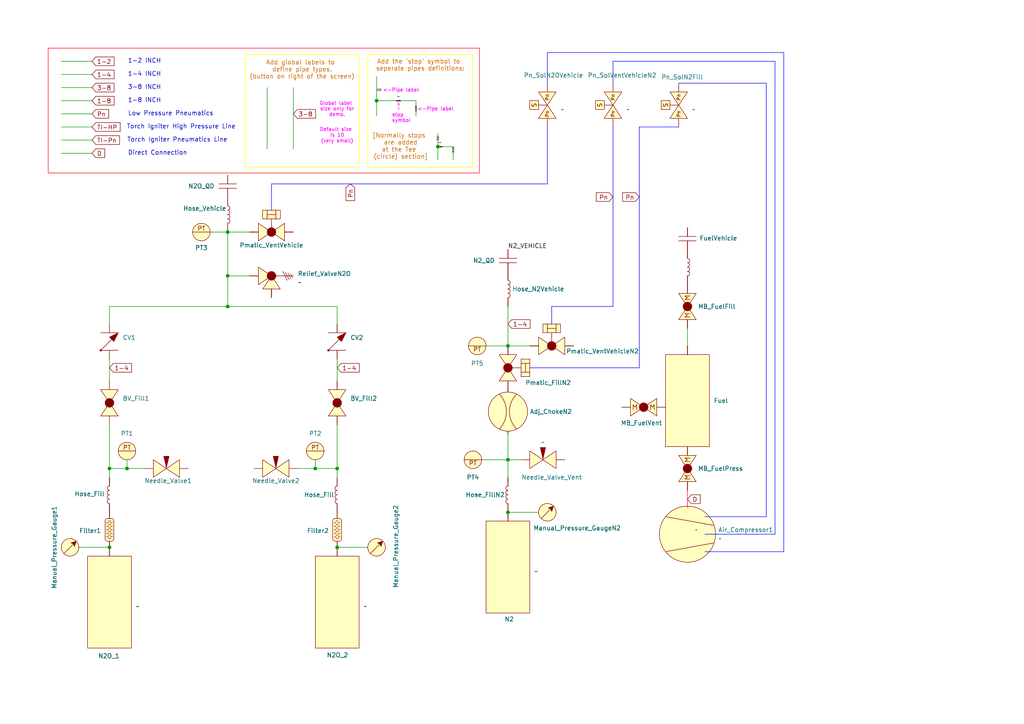
<source format=kicad_sch>
(kicad_sch (version 20250114) (generator "eeschema") (generator_version "9.0")
  (paper "A4")
  (lib_symbols
    (symbol "Ball_Valve_1"
      (property "Reference" "BV" (at 3.81 -4.318 0))
      (symbol "Ball_Valve_1_1_1"
        (polyline (pts (xy 3.81 0) (xy 0 -2.54) (xy 0 2.54) (xy 3.81 0)) (fill (type background)))
        (polyline (pts (xy 3.81 0) (xy 7.62 2.54) (xy 7.62 -2.54) (xy 3.81 0)) (fill (type background)))
        (circle (center 3.81 0) (radius 1.27) (fill (type outline)))
        (pin passive line (at -2.54 0 0) (length 2.54) (name "") (number ""))
        (pin passive line (at 10.16 0 180) (length 2.54) (name "") (number ""))
      )
    )
    (symbol "Check_Valve_1"
      (property "Reference" "CV" (at 2.54 -4.064 0))
      (symbol "Check_Valve_1_0_1"
        (polyline (pts (xy 0 2.54) (xy 5.08 -2.54)))
        (polyline (pts (xy 0 0) (xy 0 2.54)))
        (polyline (pts (xy 0 0) (xy 0 -2.54)))
        (polyline (pts (xy 5.08 -2.54) (xy 5.08 2.54)))
      )
      (symbol "Check_Valve_1_1_1"
        (circle (center 0 2.54) (radius 0.254) (fill (type outline)))
        (polyline (pts (xy 5.08 -2.54) (xy 2.54 -1.27) (xy 3.81 0) (xy 5.08 -2.54)) (fill (type outline)))
        (pin bidirectional line (at -2.54 0 0) (length 2.54) (name "") (number ""))
        (pin bidirectional line (at 7.62 0 180) (length 2.54) (name "") (number ""))
      )
    )
    (symbol "Filter_1"
      (symbol "Filter_1_1_1"
        (polyline (pts (xy -3.302 -0.508) (xy -3.302 0.508)))
        (polyline (pts (xy -3.277 0.65) (xy -3.177 0.95) (xy -2.877 1.2) (xy -2.427 1.25) (xy 2.423 1.25) (xy 2.7256 1.2567) (xy 2.8585 1.166) (xy 3.2375 0.866) (xy 3.3285 -0.6524) (xy 3.1777 -0.9413) (xy 2.7884 -1.2176) (xy 2.4806 -1.2804) (xy 2.25 -1.27) (xy -2.25 -1.27) (xy -2.6911 -1.2756) (xy -2.952 -1.2) (xy -3.1908 -0.9926) (xy -3.302 -0.562) (xy -3.277 -0.3) (xy -3.277 0.6)) (stroke (width -0.0001)) (fill (type background)))
        (polyline (pts (xy -2.54 1.27) (xy 2.54 1.27)))
        (polyline (pts (xy -2.54 0.381) (xy -2.54 -0.381)))
        (arc (start -3.302 0.508) (mid -3.0788 1.0468) (end -2.54 1.27))
        (arc (start -2.54 -1.27) (mid -3.0788 -1.0468) (end -3.302 -0.508))
        (polyline (pts (xy -2.032 0.889) (xy -2.032 0.254)))
        (polyline (pts (xy -2.032 -0.254) (xy -2.032 -0.889)))
        (polyline (pts (xy -1.524 0.381) (xy -1.524 -0.381)))
        (polyline (pts (xy -1.016 0.889) (xy -1.016 0.254)))
        (polyline (pts (xy -1.016 -0.254) (xy -1.016 -0.889)))
        (polyline (pts (xy -0.508 0.381) (xy -0.508 -0.381)))
        (polyline (pts (xy 0 0.889) (xy 0 0.254)))
        (polyline (pts (xy 0 -0.254) (xy 0 -0.889)))
        (polyline (pts (xy 0.508 0.381) (xy 0.508 -0.381)))
        (polyline (pts (xy 1.016 0.889) (xy 1.016 0.254)))
        (polyline (pts (xy 1.016 -0.254) (xy 1.016 -0.889)))
        (polyline (pts (xy 1.524 0.381) (xy 1.524 -0.381)))
        (polyline (pts (xy 2.032 0.889) (xy 2.032 0.254)))
        (polyline (pts (xy 2.032 -0.254) (xy 2.032 -0.889)))
        (arc (start 2.54 1.27) (mid 3.0788 1.0468) (end 3.302 0.508))
        (polyline (pts (xy 2.54 0.381) (xy 2.54 -0.381)))
        (arc (start 3.302 -0.508) (mid 3.0788 -1.0468) (end 2.54 -1.27))
        (polyline (pts (xy 2.54 -1.27) (xy -2.54 -1.27)))
        (polyline (pts (xy 3.302 0.508) (xy 3.302 -0.508)))
        (pin passive line (at -5.08 0 0) (length 1.778) (name "") (number ""))
        (pin passive line (at 5.08 0 180) (length 1.778) (name "") (number ""))
      )
    )
    (symbol "Hose_1"
      (symbol "Hose_1_0_1"
        (arc (start 0 6.35) (mid 0.6323 5.715) (end 0 5.08))
        (arc (start 0 5.08) (mid 0.6323 4.445) (end 0 3.81))
        (arc (start 0 3.81) (mid 0.6323 3.175) (end 0 2.54))
        (arc (start 0 2.54) (mid 0.6323 1.905) (end 0 1.27))
      )
      (symbol "Hose_1_1_1"
        (pin input line (at 0 8.89 270) (length 2.54) (name "") (number ""))
        (pin input line (at 0 -1.27 90) (length 2.54) (name "") (number ""))
      )
    )
    (symbol "Hose_2"
      (symbol "Hose_2_0_1"
        (arc (start 0 6.35) (mid 0.6323 5.715) (end 0 5.08))
        (arc (start 0 5.08) (mid 0.6323 4.445) (end 0 3.81))
        (arc (start 0 3.81) (mid 0.6323 3.175) (end 0 2.54))
        (arc (start 0 2.54) (mid 0.6323 1.905) (end 0 1.27))
      )
      (symbol "Hose_2_1_1"
        (pin input line (at 0 8.89 270) (length 2.54) (name "") (number ""))
        (pin input line (at 0 -1.27 90) (length 2.54) (name "") (number ""))
      )
    )
    (symbol "Hose_3"
      (symbol "Hose_3_0_1"
        (arc (start 0 6.35) (mid 0.6323 5.715) (end 0 5.08))
        (arc (start 0 5.08) (mid 0.6323 4.445) (end 0 3.81))
        (arc (start 0 3.81) (mid 0.6323 3.175) (end 0 2.54))
        (arc (start 0 2.54) (mid 0.6323 1.905) (end 0 1.27))
      )
      (symbol "Hose_3_1_1"
        (pin input line (at 0 8.89 270) (length 2.54) (name "") (number ""))
        (pin input line (at 0 -1.27 90) (length 2.54) (name "") (number ""))
      )
    )
    (symbol "Hose_4"
      (symbol "Hose_4_0_1"
        (arc (start 0 6.35) (mid 0.6323 5.715) (end 0 5.08))
        (arc (start 0 5.08) (mid 0.6323 4.445) (end 0 3.81))
        (arc (start 0 3.81) (mid 0.6323 3.175) (end 0 2.54))
        (arc (start 0 2.54) (mid 0.6323 1.905) (end 0 1.27))
      )
      (symbol "Hose_4_1_1"
        (pin input line (at 0 8.89 270) (length 2.54) (name "") (number ""))
        (pin input line (at 0 -1.27 90) (length 2.54) (name "") (number ""))
      )
    )
    (symbol "Hose_5"
      (symbol "Hose_5_0_1"
        (arc (start 0 6.35) (mid 0.6323 5.715) (end 0 5.08))
        (arc (start 0 5.08) (mid 0.6323 4.445) (end 0 3.81))
        (arc (start 0 3.81) (mid 0.6323 3.175) (end 0 2.54))
        (arc (start 0 2.54) (mid 0.6323 1.905) (end 0 1.27))
      )
      (symbol "Hose_5_1_1"
        (pin input line (at 0 8.89 270) (length 2.54) (name "") (number ""))
        (pin input line (at 0 -1.27 90) (length 2.54) (name "") (number ""))
      )
    )
    (symbol "MBallValve_1"
      (property "Reference" "MB_V" (at 0 -3.81 0))
      (symbol "MBallValve_1_0_1"
        (polyline (pts (xy -3.048 -0.762) (xy -3.048 0.762) (xy -2.54 0) (xy -2.032 0.762) (xy -2.032 -0.762)))
        (polyline (pts (xy 2.032 -0.762) (xy 2.032 0.762) (xy 2.54 0) (xy 3.048 0.762) (xy 3.048 -0.762)))
      )
      (symbol "MBallValve_1_1_1"
        (polyline (pts (xy 0 0) (xy -3.81 -2.54) (xy -3.81 2.54) (xy 0 0)) (fill (type background)))
        (polyline (pts (xy 0 0) (xy 3.81 2.54) (xy 3.81 -2.54) (xy 0 0)) (fill (type background)))
        (circle (center 0 0) (radius 1.27) (fill (type outline)))
        (pin passive line (at -6.35 0 0) (length 2.54) (name "") (number ""))
        (pin passive line (at 6.35 0 180) (length 2.54) (name "") (number ""))
      )
    )
    (symbol "MBallValve_2"
      (property "Reference" "MB_V" (at 0 -3.81 0))
      (symbol "MBallValve_2_0_1"
        (polyline (pts (xy -3.048 -0.762) (xy -3.048 0.762) (xy -2.54 0) (xy -2.032 0.762) (xy -2.032 -0.762)))
        (polyline (pts (xy 2.032 -0.762) (xy 2.032 0.762) (xy 2.54 0) (xy 3.048 0.762) (xy 3.048 -0.762)))
      )
      (symbol "MBallValve_2_1_1"
        (polyline (pts (xy 0 0) (xy -3.81 -2.54) (xy -3.81 2.54) (xy 0 0)) (fill (type background)))
        (polyline (pts (xy 0 0) (xy 3.81 2.54) (xy 3.81 -2.54) (xy 0 0)) (fill (type background)))
        (circle (center 0 0) (radius 1.27) (fill (type outline)))
        (pin passive line (at -6.35 0 0) (length 2.54) (name "") (number ""))
        (pin passive line (at 6.35 0 180) (length 2.54) (name "") (number ""))
      )
    )
    (symbol "Manual_Pressure_Gauge_1"
      (property "Reference" "Manual_Pressure_Gauge" (at 0 -3.81 0))
      (symbol "Manual_Pressure_Gauge_1_1_1"
        (polyline (pts (xy -1.778 -1.778) (xy 1.778 1.778) (xy 0.254 1.27) (xy 1.016 1.016) (xy 1.27 0.254) (xy 1.778 1.778)) (fill (type outline)))
        (circle (center 0 0) (radius 2.54) (fill (type background)))
        (pin passive line (at -2.54 0 0) (length 0) (name "") (number ""))
        (pin passive line (at 2.54 0 180) (length 0) (name "") (number ""))
      )
    )
    (symbol "Manual_Pressure_Gauge_2"
      (property "Reference" "Manual_Pressure_Gauge" (at 0 -3.81 0))
      (symbol "Manual_Pressure_Gauge_2_1_1"
        (polyline (pts (xy -1.778 -1.778) (xy 1.778 1.778) (xy 0.254 1.27) (xy 1.016 1.016) (xy 1.27 0.254) (xy 1.778 1.778)) (fill (type outline)))
        (circle (center 0 0) (radius 2.54) (fill (type background)))
        (pin passive line (at -2.54 0 0) (length 0) (name "") (number ""))
        (pin passive line (at 2.54 0 180) (length 0) (name "") (number ""))
      )
    )
    (symbol "Needle_Valve_1"
      (property "Reference" "Needle_Valve" (at 3.556 -3.81 0))
      (symbol "Needle_Valve_1_1_1"
        (polyline (pts (xy 0 0) (xy 0 2.54) (xy 3.81 0) (xy 0 -2.54) (xy 0 0)) (fill (type background)))
        (polyline (pts (xy 3.048 3.556) (xy 3.81 0.254) (xy 4.572 3.556) (xy 3.048 3.556)) (fill (type outline)))
        (polyline (pts (xy 7.62 0) (xy 7.62 2.54) (xy 3.81 0) (xy 7.62 -2.54) (xy 7.62 0)) (fill (type background)))
        (pin passive line (at -2.54 0 0) (length 2.54) (name "") (number ""))
        (pin passive line (at 10.16 0 180) (length 2.54) (name "") (number ""))
      )
    )
    (symbol "Needle_Valve_5"
      (property "Reference" "Needle_Valve" (at 3.556 -3.81 0))
      (symbol "Needle_Valve_5_1_1"
        (polyline (pts (xy 0 0) (xy 0 2.54) (xy 3.81 0) (xy 0 -2.54) (xy 0 0)) (fill (type background)))
        (polyline (pts (xy 3.048 3.556) (xy 3.81 0.254) (xy 4.572 3.556) (xy 3.048 3.556)) (fill (type outline)))
        (polyline (pts (xy 7.62 0) (xy 7.62 2.54) (xy 3.81 0) (xy 7.62 -2.54) (xy 7.62 0)) (fill (type background)))
        (pin passive line (at -2.54 0 0) (length 2.54) (name "") (number ""))
        (pin passive line (at 10.16 0 180) (length 2.54) (name "") (number ""))
      )
    )
    (symbol "PID_symbols:Adj_Choke"
      (property "Reference" "Adj_Choke" (at 0.254 -8.636 0))
      (symbol "Adj_Choke_0_1"
        (arc (start -2.54 5.08) (mid -0.4358 0) (end -2.54 -5.08))
        (circle (center 0 0) (radius 5.6796) (fill (type color) (color 255 255 194 1)))
        (arc (start 2.54 -5.08) (mid 0.4358 0) (end 2.54 5.08))
      )
      (symbol "Adj_Choke_1_1"
        (pin input line (at 0 6.35 270) (length 0.635) (name "") (number ""))
        (pin input line (at 0 -6.35 90) (length 0.635) (name "") (number ""))
      )
    )
    (symbol "PID_symbols:Air_Compressor"
      (property "Reference" "Air_Compressor" (at -0.254 -11.43 0))
      (symbol "Air_Compressor_1_1"
        (polyline (pts (xy -6.35 5.08) (xy 7.62 2.54)))
        (polyline (pts (xy -6.35 -5.08) (xy 7.62 -2.54)))
        (circle (center 0 0) (radius 8.132) (fill (type color) (color 255 255 194 1)))
        (circle (center 2.54 1.27) (radius 0.0001))
        (circle (center 2.54 1.27) (radius 0.0001))
      )
    )
    (symbol "PID_symbols:Ball_Valve"
      (property "Reference" "BV" (at 3.81 -4.318 0))
      (symbol "Ball_Valve_1_1"
        (polyline (pts (xy 3.81 0) (xy 0 -2.54) (xy 0 2.54) (xy 3.81 0)) (fill (type background)))
        (polyline (pts (xy 3.81 0) (xy 7.62 2.54) (xy 7.62 -2.54) (xy 3.81 0)) (fill (type background)))
        (circle (center 3.81 0) (radius 1.27) (fill (type outline)))
        (pin passive line (at -2.54 0 0) (length 2.54) (name "") (number ""))
        (pin passive line (at 10.16 0 180) (length 2.54) (name "") (number ""))
      )
    )
    (symbol "PID_symbols:Check_Valve"
      (property "Reference" "CV" (at 2.54 -4.064 0))
      (symbol "Check_Valve_0_1"
        (polyline (pts (xy 0 2.54) (xy 5.08 -2.54)))
        (polyline (pts (xy 0 0) (xy 0 2.54)))
        (polyline (pts (xy 0 0) (xy 0 -2.54)))
        (polyline (pts (xy 5.08 -2.54) (xy 5.08 2.54)))
      )
      (symbol "Check_Valve_1_1"
        (circle (center 0 2.54) (radius 0.254) (fill (type outline)))
        (polyline (pts (xy 5.08 -2.54) (xy 2.54 -1.27) (xy 3.81 0) (xy 5.08 -2.54)) (fill (type outline)))
        (pin bidirectional line (at -2.54 0 0) (length 2.54) (name "") (number ""))
        (pin bidirectional line (at 7.62 0 180) (length 2.54) (name "") (number ""))
      )
    )
    (symbol "PID_symbols:Cylinder"
      (property "Reference" "C" (at 0 0 0))
      (symbol "Cylinder_1_1"
        (rectangle (start -6.35 12.7) (end 6.35 -13.97) (fill (type background)))
        (pin passive line (at 0 -16.51 90) (length 2.54) (name "") (number ""))
      )
    )
    (symbol "PID_symbols:Filter"
      (symbol "Filter_1_1"
        (polyline (pts (xy -3.302 -0.508) (xy -3.302 0.508)))
        (polyline (pts (xy -3.277 0.65) (xy -3.177 0.95) (xy -2.877 1.2) (xy -2.427 1.25) (xy 2.423 1.25) (xy 2.7256 1.2567) (xy 2.8585 1.166) (xy 3.2375 0.866) (xy 3.3285 -0.6524) (xy 3.1777 -0.9413) (xy 2.7884 -1.2176) (xy 2.4806 -1.2804) (xy 2.25 -1.27) (xy -2.25 -1.27) (xy -2.6911 -1.2756) (xy -2.952 -1.2) (xy -3.1908 -0.9926) (xy -3.302 -0.562) (xy -3.277 -0.3) (xy -3.277 0.6)) (stroke (width -0.0001)) (fill (type background)))
        (polyline (pts (xy -2.54 1.27) (xy 2.54 1.27)))
        (polyline (pts (xy -2.54 0.381) (xy -2.54 -0.381)))
        (arc (start -3.302 0.508) (mid -3.0788 1.0468) (end -2.54 1.27))
        (arc (start -2.54 -1.27) (mid -3.0788 -1.0468) (end -3.302 -0.508))
        (polyline (pts (xy -2.032 0.889) (xy -2.032 0.254)))
        (polyline (pts (xy -2.032 -0.254) (xy -2.032 -0.889)))
        (polyline (pts (xy -1.524 0.381) (xy -1.524 -0.381)))
        (polyline (pts (xy -1.016 0.889) (xy -1.016 0.254)))
        (polyline (pts (xy -1.016 -0.254) (xy -1.016 -0.889)))
        (polyline (pts (xy -0.508 0.381) (xy -0.508 -0.381)))
        (polyline (pts (xy 0 0.889) (xy 0 0.254)))
        (polyline (pts (xy 0 -0.254) (xy 0 -0.889)))
        (polyline (pts (xy 0.508 0.381) (xy 0.508 -0.381)))
        (polyline (pts (xy 1.016 0.889) (xy 1.016 0.254)))
        (polyline (pts (xy 1.016 -0.254) (xy 1.016 -0.889)))
        (polyline (pts (xy 1.524 0.381) (xy 1.524 -0.381)))
        (polyline (pts (xy 2.032 0.889) (xy 2.032 0.254)))
        (polyline (pts (xy 2.032 -0.254) (xy 2.032 -0.889)))
        (arc (start 2.54 1.27) (mid 3.0788 1.0468) (end 3.302 0.508))
        (polyline (pts (xy 2.54 0.381) (xy 2.54 -0.381)))
        (arc (start 3.302 -0.508) (mid 3.0788 -1.0468) (end 2.54 -1.27))
        (polyline (pts (xy 2.54 -1.27) (xy -2.54 -1.27)))
        (polyline (pts (xy 3.302 0.508) (xy 3.302 -0.508)))
        (pin passive line (at -5.08 0 0) (length 1.778) (name "") (number ""))
        (pin passive line (at 5.08 0 180) (length 1.778) (name "") (number ""))
      )
    )
    (symbol "PID_symbols:Hose"
      (symbol "Hose_0_1"
        (arc (start 0 6.35) (mid 0.6323 5.715) (end 0 5.08))
        (arc (start 0 5.08) (mid 0.6323 4.445) (end 0 3.81))
        (arc (start 0 3.81) (mid 0.6323 3.175) (end 0 2.54))
        (arc (start 0 2.54) (mid 0.6323 1.905) (end 0 1.27))
      )
      (symbol "Hose_1_1"
        (pin input line (at 0 8.89 270) (length 2.54) (name "") (number ""))
        (pin input line (at 0 -1.27 90) (length 2.54) (name "") (number ""))
      )
    )
    (symbol "PID_symbols:MBallValve"
      (property "Reference" "MB_V" (at 0 -3.81 0))
      (symbol "MBallValve_0_1"
        (polyline (pts (xy -3.048 -0.762) (xy -3.048 0.762) (xy -2.54 0) (xy -2.032 0.762) (xy -2.032 -0.762)))
        (polyline (pts (xy 2.032 -0.762) (xy 2.032 0.762) (xy 2.54 0) (xy 3.048 0.762) (xy 3.048 -0.762)))
      )
      (symbol "MBallValve_1_1"
        (polyline (pts (xy 0 0) (xy -3.81 -2.54) (xy -3.81 2.54) (xy 0 0)) (fill (type background)))
        (polyline (pts (xy 0 0) (xy 3.81 2.54) (xy 3.81 -2.54) (xy 0 0)) (fill (type background)))
        (circle (center 0 0) (radius 1.27) (fill (type outline)))
        (pin passive line (at -6.35 0 0) (length 2.54) (name "") (number ""))
        (pin passive line (at 6.35 0 180) (length 2.54) (name "") (number ""))
      )
    )
    (symbol "PID_symbols:Manual_Pressure_Gauge"
      (property "Reference" "Manual_Pressure_Gauge" (at 0 -3.81 0))
      (symbol "Manual_Pressure_Gauge_1_1"
        (polyline (pts (xy -1.778 -1.778) (xy 1.778 1.778) (xy 0.254 1.27) (xy 1.016 1.016) (xy 1.27 0.254) (xy 1.778 1.778)) (fill (type outline)))
        (circle (center 0 0) (radius 2.54) (fill (type background)))
        (pin passive line (at -2.54 0 0) (length 0) (name "") (number ""))
        (pin passive line (at 2.54 0 180) (length 0) (name "") (number ""))
      )
    )
    (symbol "PID_symbols:Needle_Valve"
      (property "Reference" "Needle_Valve" (at 3.556 -3.81 0))
      (symbol "Needle_Valve_1_1"
        (polyline (pts (xy 0 0) (xy 0 2.54) (xy 3.81 0) (xy 0 -2.54) (xy 0 0)) (fill (type background)))
        (polyline (pts (xy 3.048 3.556) (xy 3.81 0.254) (xy 4.572 3.556) (xy 3.048 3.556)) (fill (type outline)))
        (polyline (pts (xy 7.62 0) (xy 7.62 2.54) (xy 3.81 0) (xy 7.62 -2.54) (xy 7.62 0)) (fill (type background)))
        (pin passive line (at -2.54 0 0) (length 2.54) (name "") (number ""))
        (pin passive line (at 10.16 0 180) (length 2.54) (name "") (number ""))
      )
    )
    (symbol "PID_symbols:Pneumatic_Rotary_Ball_Valve"
      (property "Reference" "Pmatic_B_Valve" (at 0 -3.81 0))
      (symbol "Pneumatic_Rotary_Ball_Valve_1_1"
        (polyline (pts (xy -1.27 5.08) (xy 1.27 5.08)))
        (polyline (pts (xy -1.27 3.81) (xy -1.27 6.35)))
        (polyline (pts (xy 0 0) (xy -3.81 2.54) (xy -3.81 -2.54) (xy 0 0)) (fill (type background)))
        (polyline (pts (xy 0 0) (xy 3.81 2.54) (xy 3.81 -2.54) (xy 0 0)) (fill (type background)))
        (polyline (pts (xy 0 0) (xy 0 2.54) (xy 0 3.81) (xy -2.54 3.81) (xy -2.54 6.35) (xy 2.54 6.35) (xy 2.54 3.81) (xy 0 3.81)) (fill (type background)))
        (circle (center 0 0) (radius 1.27) (fill (type outline)))
        (polyline (pts (xy 1.27 6.35) (xy 1.27 3.81)))
        (pin passive line (at -6.35 0 0) (length 2.54) (name "") (number ""))
        (pin passive line (at 0 6.35 270) (length 0) (name "") (number ""))
        (pin passive line (at 0 -1.27 90) (length 0) (name "") (number ""))
        (pin passive line (at 6.35 0 180) (length 2.54) (name "") (number ""))
      )
    )
    (symbol "PID_symbols:Pneumatic_Solenoid"
      (property "Reference" "Pn_Sol" (at 0 -3.81 0))
      (symbol "Pneumatic_Solenoid_0_1"
        (polyline (pts (xy 0 0) (xy 0 2.54)))
      )
      (symbol "Pneumatic_Solenoid_1_1"
        (polyline (pts (xy -3.81 0) (xy -3.81 2.54) (xy 0 0) (xy -3.81 -2.54) (xy -3.81 0)) (fill (type background)))
        (polyline (pts (xy 0 2.54) (xy -1.27 2.54) (xy -1.27 5.08) (xy 1.27 5.08) (xy 1.27 2.54) (xy 0 2.54)) (fill (type background)))
        (polyline (pts (xy 0 0) (xy 3.81 2.54) (xy 3.81 -2.54) (xy 0 0)) (fill (type background)))
        (text "Pn" (at -2.54 0 0) (effects (font (size 1 1))))
        (text "S\n" (at 0 3.81 0) (effects (font (size 1.27 1.27))))
        (text "Pn" (at 2.286 0 0) (effects (font (size 1 1))))
        (pin passive line (at -6.35 0 0) (length 2.54) (name "") (number ""))
        (pin passive line (at 6.35 0 180) (length 2.54) (name "") (number ""))
      )
    )
    (symbol "PID_symbols:Pressure_Transducer"
      (property "Reference" "PT" (at 0 -3.81 0))
      (symbol "Pressure_Transducer_0_1"
        (polyline (pts (xy -2.54 0) (xy 2.54 0)))
      )
      (symbol "Pressure_Transducer_1_1"
        (circle (center 0 0) (radius 2.54) (fill (type background)))
        (text "PT\n" (at 0 1.016 0) (effects (font (size 1.27 1.27))))
        (pin passive line (at -2.54 0 0) (length 0) (name "") (number ""))
        (pin passive line (at 0 -2.54 90) (length 0) (name "") (number ""))
        (pin passive line (at 2.54 0 180) (length 0) (name "") (number ""))
      )
    )
    (symbol "PID_symbols:Quick_Disconnect"
      (property "Reference" "QD" (at 0.762 -4.572 0))
      (symbol "Quick_Disconnect_0_1"
        (polyline (pts (xy 0 0) (xy 0 2.54) (xy 0 0) (xy 0 -2.54)))
        (polyline (pts (xy 1.27 2.54) (xy 1.27 -2.54)))
      )
      (symbol "Quick_Disconnect_1_1"
        (pin passive line (at -2.54 0 0) (length 2.54) (name "") (number ""))
        (pin passive line (at 3.81 0 180) (length 2.54) (name "") (number ""))
      )
    )
    (symbol "PID_symbols:Relief_Valve"
      (property "Reference" "Relief_Valve" (at -0.254 -15.24 0))
      (symbol "Relief_Valve_0_1"
        (polyline (pts (xy 0 1.27) (xy 0 6.35)))
        (polyline (pts (xy 0.508 6.096) (xy -0.508 5.588)))
        (polyline (pts (xy 1.016 5.08) (xy -1.016 4.064)))
        (polyline (pts (xy 1.27 4.572) (xy -1.27 3.302)))
      )
      (symbol "Relief_Valve_1_1"
        (rectangle (start 0 1.27) (end 0 -1.27))
        (polyline (pts (xy 0 0) (xy -2.54 -3.81) (xy 2.54 -3.81) (xy 0 0)) (fill (type background)))
        (polyline (pts (xy 0 0) (xy 3.81 2.54) (xy 3.81 -2.54) (xy 0 0)) (fill (type background)))
        (circle (center 0 0) (radius 1.27) (fill (type outline)))
        (polyline (pts (xy 0.762 5.588) (xy -0.762 4.826)))
        (pin passive line (at 0 -6.35 90) (length 2.54) (name "") (number ""))
        (pin passive line (at 6.35 0 180) (length 2.54) (name "") (number ""))
      )
    )
    (symbol "PID_symbols:stop" (in_bom no) (on_board no)
      (symbol "stop_1_1"
        (rectangle (start -1.27 0.127) (end 0 -0.127) (stroke (width 0.05)) (fill (type outline)))
        (pin bidirectional line (at -1.27 0 0) (length 0) (name "") (number ""))
        (pin bidirectional line (at 0 0 180) (length 0) (name "") (number ""))
      )
    )
    (symbol "Pneumatic_Rotary_Ball_Valve_1"
      (property "Reference" "Pmatic_B_Valve" (at 0 -3.81 0))
      (symbol "Pneumatic_Rotary_Ball_Valve_1_1_1"
        (polyline (pts (xy -1.27 5.08) (xy 1.27 5.08)))
        (polyline (pts (xy -1.27 3.81) (xy -1.27 6.35)))
        (polyline (pts (xy 0 0) (xy -3.81 2.54) (xy -3.81 -2.54) (xy 0 0)) (fill (type background)))
        (polyline (pts (xy 0 0) (xy 3.81 2.54) (xy 3.81 -2.54) (xy 0 0)) (fill (type background)))
        (polyline (pts (xy 0 0) (xy 0 2.54) (xy 0 3.81) (xy -2.54 3.81) (xy -2.54 6.35) (xy 2.54 6.35) (xy 2.54 3.81) (xy 0 3.81)) (fill (type background)))
        (circle (center 0 0) (radius 1.27) (fill (type outline)))
        (polyline (pts (xy 1.27 6.35) (xy 1.27 3.81)))
        (pin passive line (at -6.35 0 0) (length 2.54) (name "") (number ""))
        (pin passive line (at 0 6.35 270) (length 0) (name "") (number ""))
        (pin passive line (at 0 -1.27 90) (length 0) (name "") (number ""))
        (pin passive line (at 6.35 0 180) (length 2.54) (name "") (number ""))
      )
    )
    (symbol "Pneumatic_Rotary_Ball_Valve_4"
      (property "Reference" "Pmatic_B_Valve" (at 0 -3.81 0))
      (symbol "Pneumatic_Rotary_Ball_Valve_4_1_1"
        (polyline (pts (xy -1.27 5.08) (xy 1.27 5.08)))
        (polyline (pts (xy -1.27 3.81) (xy -1.27 6.35)))
        (polyline (pts (xy 0 0) (xy -3.81 2.54) (xy -3.81 -2.54) (xy 0 0)) (fill (type background)))
        (polyline (pts (xy 0 0) (xy 3.81 2.54) (xy 3.81 -2.54) (xy 0 0)) (fill (type background)))
        (polyline (pts (xy 0 0) (xy 0 2.54) (xy 0 3.81) (xy -2.54 3.81) (xy -2.54 6.35) (xy 2.54 6.35) (xy 2.54 3.81) (xy 0 3.81)) (fill (type background)))
        (circle (center 0 0) (radius 1.27) (fill (type outline)))
        (polyline (pts (xy 1.27 6.35) (xy 1.27 3.81)))
        (pin passive line (at -6.35 0 0) (length 2.54) (name "") (number ""))
        (pin passive line (at 0 6.35 270) (length 0) (name "") (number ""))
        (pin passive line (at 0 -1.27 90) (length 0) (name "") (number ""))
        (pin passive line (at 6.35 0 180) (length 2.54) (name "") (number ""))
      )
    )
    (symbol "Pneumatic_Solenoid_1"
      (property "Reference" "Pn_Sol" (at 0 -3.81 0))
      (symbol "Pneumatic_Solenoid_1_0_1"
        (polyline (pts (xy 0 0) (xy 0 2.54)))
      )
      (symbol "Pneumatic_Solenoid_1_1_1"
        (polyline (pts (xy -3.81 0) (xy -3.81 2.54) (xy 0 0) (xy -3.81 -2.54) (xy -3.81 0)) (fill (type background)))
        (polyline (pts (xy 0 2.54) (xy -1.27 2.54) (xy -1.27 5.08) (xy 1.27 5.08) (xy 1.27 2.54) (xy 0 2.54)) (fill (type background)))
        (polyline (pts (xy 0 0) (xy 3.81 2.54) (xy 3.81 -2.54) (xy 0 0)) (fill (type background)))
        (text "Pn" (at -2.54 0 0) (effects (font (size 1 1))))
        (text "S\n" (at 0 3.81 0) (effects (font (size 1.27 1.27))))
        (text "Pn" (at 2.286 0 0) (effects (font (size 1 1))))
        (pin passive line (at -6.35 0 0) (length 2.54) (name "") (number ""))
        (pin passive line (at 6.35 0 180) (length 2.54) (name "") (number ""))
      )
    )
    (symbol "Pneumatic_Solenoid_2"
      (property "Reference" "Pn_Sol" (at 0 -3.81 0))
      (symbol "Pneumatic_Solenoid_2_0_1"
        (polyline (pts (xy 0 0) (xy 0 2.54)))
      )
      (symbol "Pneumatic_Solenoid_2_1_1"
        (polyline (pts (xy -3.81 0) (xy -3.81 2.54) (xy 0 0) (xy -3.81 -2.54) (xy -3.81 0)) (fill (type background)))
        (polyline (pts (xy 0 2.54) (xy -1.27 2.54) (xy -1.27 5.08) (xy 1.27 5.08) (xy 1.27 2.54) (xy 0 2.54)) (fill (type background)))
        (polyline (pts (xy 0 0) (xy 3.81 2.54) (xy 3.81 -2.54) (xy 0 0)) (fill (type background)))
        (text "Pn" (at -2.54 0 0) (effects (font (size 1 1))))
        (text "S\n" (at 0 3.81 0) (effects (font (size 1.27 1.27))))
        (text "Pn" (at 2.286 0 0) (effects (font (size 1 1))))
        (pin passive line (at -6.35 0 0) (length 2.54) (name "") (number ""))
        (pin passive line (at 6.35 0 180) (length 2.54) (name "") (number ""))
      )
    )
    (symbol "Pressure_Transducer_1"
      (property "Reference" "PT" (at 0 -3.81 0))
      (symbol "Pressure_Transducer_1_0_1"
        (polyline (pts (xy -2.54 0) (xy 2.54 0)))
      )
      (symbol "Pressure_Transducer_1_1_1"
        (circle (center 0 0) (radius 2.54) (fill (type background)))
        (text "PT\n" (at 0 1.016 0) (effects (font (size 1.27 1.27))))
        (pin passive line (at -2.54 0 0) (length 0) (name "") (number ""))
        (pin passive line (at 0 -2.54 90) (length 0) (name "") (number ""))
        (pin passive line (at 2.54 0 180) (length 0) (name "") (number ""))
      )
    )
    (symbol "Pressure_Transducer_2"
      (property "Reference" "PT" (at 0 -3.81 0))
      (symbol "Pressure_Transducer_2_0_1"
        (polyline (pts (xy -2.54 0) (xy 2.54 0)))
      )
      (symbol "Pressure_Transducer_2_1_1"
        (circle (center 0 0) (radius 2.54) (fill (type background)))
        (text "PT\n" (at 0 1.016 0) (effects (font (size 1.27 1.27))))
        (pin passive line (at -2.54 0 0) (length 0) (name "") (number ""))
        (pin passive line (at 0 -2.54 90) (length 0) (name "") (number ""))
        (pin passive line (at 2.54 0 180) (length 0) (name "") (number ""))
      )
    )
    (symbol "Pressure_Transducer_3"
      (property "Reference" "PT" (at 0 -3.81 0))
      (symbol "Pressure_Transducer_3_0_1"
        (polyline (pts (xy -2.54 0) (xy 2.54 0)))
      )
      (symbol "Pressure_Transducer_3_1_1"
        (circle (center 0 0) (radius 2.54) (fill (type background)))
        (text "PT\n" (at 0 1.016 0) (effects (font (size 1.27 1.27))))
        (pin passive line (at -2.54 0 0) (length 0) (name "") (number ""))
        (pin passive line (at 0 -2.54 90) (length 0) (name "") (number ""))
        (pin passive line (at 2.54 0 180) (length 0) (name "") (number ""))
      )
    )
    (symbol "Pressure_Transducer_5"
      (property "Reference" "PT" (at 0 -3.81 0))
      (symbol "Pressure_Transducer_5_0_1"
        (polyline (pts (xy -2.54 0) (xy 2.54 0)))
      )
      (symbol "Pressure_Transducer_5_1_1"
        (circle (center 0 0) (radius 2.54) (fill (type background)))
        (text "PT\n" (at 0 1.016 0) (effects (font (size 1.27 1.27))))
        (pin passive line (at -2.54 0 0) (length 0) (name "") (number ""))
        (pin passive line (at 0 -2.54 90) (length 0) (name "") (number ""))
        (pin passive line (at 2.54 0 180) (length 0) (name "") (number ""))
      )
    )
    (symbol "Quick_Disconnect_1"
      (property "Reference" "QD" (at 0.762 -4.572 0))
      (symbol "Quick_Disconnect_1_0_1"
        (polyline (pts (xy 0 0) (xy 0 2.54) (xy 0 0) (xy 0 -2.54)))
        (polyline (pts (xy 1.27 2.54) (xy 1.27 -2.54)))
      )
      (symbol "Quick_Disconnect_1_1_1"
        (pin passive line (at -2.54 0 0) (length 2.54) (name "") (number ""))
        (pin passive line (at 3.81 0 180) (length 2.54) (name "") (number ""))
      )
    )
    (symbol "Quick_Disconnect_2"
      (property "Reference" "QD" (at 0.762 -4.572 0))
      (symbol "Quick_Disconnect_2_0_1"
        (polyline (pts (xy 0 0) (xy 0 2.54) (xy 0 0) (xy 0 -2.54)))
        (polyline (pts (xy 1.27 2.54) (xy 1.27 -2.54)))
      )
      (symbol "Quick_Disconnect_2_1_1"
        (pin passive line (at -2.54 0 0) (length 2.54) (name "") (number ""))
        (pin passive line (at 3.81 0 180) (length 2.54) (name "") (number ""))
      )
    )
    (symbol "stop_1" (in_bom no) (on_board no)
      (symbol "stop_1_1_1"
        (rectangle (start -1.27 0.127) (end 0 -0.127) (stroke (width 0.05)) (fill (type outline)))
        (pin bidirectional line (at -1.27 0 0) (length 0) (name "") (number ""))
        (pin bidirectional line (at 0 0 180) (length 0) (name "") (number ""))
      )
    )
  )
  (rectangle (start 13.97 13.97) (end 139.065 50.165) (stroke (width 0) (color 255 0 0 1)))
  (rectangle (start 71.12 15.875) (end 104.14 48.514) (stroke (width 0) (color 255 255 0 1)))
  (rectangle (start 106.68 15.875) (end 137.16 48.514) (stroke (width 0) (color 255 255 0 1)))
  (text "[Normally stops \nare added\nat the Tee \n(circle) section]" (at 116.205 42.545 0) (effects (font (size 1.27 1.27))))
  (text "Add global labels to \ndefine pipe types.\n(button on right of the screen)" (at 87.63 20.32 0) (effects (font (size 1.27 1.27))))
  (text "stop\nsymbol" (at 113.665 34.29 0) (effects (font (size 1.016 1.016)) (justify left)))
  (text "1-8 INCH\n" (at 41.91 29.21 0) (effects (font (size 1.27 1.27))))
  (text "Global label \nsize only for\ndemo." (at 97.79 31.75 0) (effects (font (size 1.016 1.016))))
  (text "Add the 'stop' symbol to \nseperate pipes definitions:\n" (at 121.92 19.05 0) (effects (font (size 1.27 1.27))))
  (text " Torch Igniter High Pressure Line" (at 52.07 36.83 0) (effects (font (size 1.27 1.27))))
  (text "1-2 INCH\n" (at 41.91 17.78 0) (effects (font (size 1.27 1.27))))
  (text "3-8 INCH\n" (at 41.91 25.4 0) (effects (font (size 1.27 1.27))))
  (text "<-Pipe label\n" (at 116.332 26.289 0) (effects (font (size 1.016 1.016))))
  (text "->" (at 115.57 31.115 90) (effects (font (size 1.016 1.016))))
  (text "Torch Igniter Pneumatics Line" (at 51.435 40.64 0) (effects (font (size 1.27 1.27))))
  (text "Low Pressure Pneumatics" (at 49.53 33.02 0) (effects (font (size 1.27 1.27))))
  (text "Direct Connection" (at 45.72 44.45 0) (effects (font (size 1.27 1.27))))
  (text "Default size \nis 10\n(very small)\n" (at 97.79 39.37 0) (effects (font (size 1.016 1.016))))
  (text "<-Pipe label\n" (at 126.365 31.75 0) (effects (font (size 1.016 1.016))))
  (text "1-4 INCH\n" (at 41.91 21.59 0) (effects (font (size 1.27 1.27))))
  (junction (at 127 42.545))
  (junction (at 147.32 133.35))
  (junction (at 147.32 148.59))
  (junction (at 66.04 88.9))
  (junction (at 97.79 158.75))
  (junction (at 66.04 80.01))
  (junction (at 66.04 67.31))
  (junction (at 109.22 29.21))
  (junction (at 36.83 135.89))
  (junction (at 91.44 135.89))
  (junction (at 31.75 135.89))
  (junction (at 31.75 158.75))
  (junction (at 97.79 135.89))
  (junction (at 147.32 100.33))
  (wire (pts (xy 86.36 135.89) (xy 91.44 135.89)))
  (wire (pts (xy 97.79 138.43) (xy 97.79 135.89)))
  (wire (pts (xy 147.32 88.9) (xy 147.32 100.33)))
  (wire (pts (xy 153.67 106.68) (xy 185.42 106.68)) (stroke (width 0) (color 0 0 255 1)))
  (wire (pts (xy 17.78 17.78) (xy 26.67 17.78)))
  (wire (pts (xy 185.42 106.68) (xy 185.42 36.83)) (stroke (width 0) (color 0 0 255 1)))
  (wire (pts (xy 109.22 29.21) (xy 114.935 29.21)))
  (wire (pts (xy 97.79 135.89) (xy 91.44 135.89)))
  (wire (pts (xy 66.04 88.9) (xy 97.79 88.9)))
  (wire (pts (xy 66.04 80.01) (xy 72.39 80.01)))
  (wire (pts (xy 17.78 21.59) (xy 26.67 21.59)))
  (wire (pts (xy 17.78 33.02) (xy 26.67 33.02)))
  (wire (pts (xy 60.96 67.31) (xy 66.04 67.31)))
  (wire (pts (xy 17.78 25.4) (xy 26.67 25.4)))
  (wire (pts (xy 66.04 67.31) (xy 72.39 67.31)))
  (wire (pts (xy 147.32 148.59) (xy 156.21 148.59)))
  (wire (pts (xy 140.97 100.33) (xy 147.32 100.33)))
  (wire (pts (xy 128.27 42.545) (xy 131.445 42.545)))
  (wire (pts (xy 17.78 40.64) (xy 26.67 40.64)))
  (wire (pts (xy 97.79 88.9) (xy 97.79 93.98)))
  (wire (pts (xy 97.79 158.75) (xy 106.68 158.75)))
  (wire (pts (xy 160.02 93.98) (xy 160.02 88.9)) (stroke (width 0) (color 0 0 255 1)))
  (wire (pts (xy 185.42 36.83) (xy 196.85 36.83)) (stroke (width 0) (color 0 0 255 1)))
  (wire (pts (xy 31.75 138.43) (xy 31.75 135.89)))
  (wire (pts (xy 91.44 133.35) (xy 91.44 135.89)))
  (wire (pts (xy 127 38.735) (xy 127 42.545)))
  (wire (pts (xy 31.75 135.89) (xy 36.83 135.89)))
  (wire (pts (xy 177.8 24.13) (xy 177.8 17.78)) (stroke (width 0) (color 0 0 255 1)))
  (wire (pts (xy 199.39 142.24) (xy 199.39 147.32)) (stroke (width 0) (color 255 0 0 1)))
  (wire (pts (xy 78.74 53.34) (xy 78.74 60.96)) (stroke (width 0) (color 0 0 255 1)))
  (wire (pts (xy 109.22 29.21) (xy 109.22 33.655)))
  (wire (pts (xy 153.67 100.33) (xy 147.32 100.33)))
  (wire (pts (xy 116.205 29.21) (xy 120.65 29.21)))
  (wire (pts (xy 85.09 25.4) (xy 85.09 43.18)))
  (wire (pts (xy 109.22 22.225) (xy 109.22 29.21)))
  (wire (pts (xy 199.39 95.25) (xy 199.39 100.33)))
  (wire (pts (xy 36.83 133.35) (xy 36.83 135.89)))
  (wire (pts (xy 177.8 88.9) (xy 177.8 36.83)) (stroke (width 0) (color 0 0 255 1)))
  (wire (pts (xy 17.78 29.21) (xy 26.67 29.21)))
  (wire (pts (xy 127 42.545) (xy 127 46.355)))
  (wire (pts (xy 41.91 135.89) (xy 36.83 135.89)))
  (wire (pts (xy 147.32 133.35) (xy 147.32 138.43)))
  (wire (pts (xy 97.79 104.14) (xy 97.79 110.49)))
  (wire (pts (xy 204.47 149.86) (xy 222.25 149.86)) (stroke (width 0) (color 0 0 255 1)))
  (wire (pts (xy 22.86 158.75) (xy 31.75 158.75)))
  (wire (pts (xy 222.25 24.13) (xy 222.25 149.86)) (stroke (width 0) (color 0 0 255 1)))
  (wire (pts (xy 66.04 80.01) (xy 66.04 88.9)))
  (wire (pts (xy 120.65 29.21) (xy 120.65 33.655)))
  (wire (pts (xy 151.13 133.35) (xy 147.32 133.35)))
  (wire (pts (xy 158.75 36.83) (xy 158.75 53.34)) (stroke (width 0) (color 0 0 255 1)))
  (wire (pts (xy 227.33 15.24) (xy 227.33 160.02)) (stroke (width 0) (color 0 0 255 1)))
  (wire (pts (xy 147.32 133.35) (xy 139.7 133.35)))
  (wire (pts (xy 196.85 24.13) (xy 222.25 24.13)) (stroke (width 0) (color 0 0 255 1)))
  (wire (pts (xy 31.75 123.19) (xy 31.75 135.89)))
  (wire (pts (xy 177.8 17.78) (xy 224.79 17.78)) (stroke (width 0) (color 0 0 255 1)))
  (wire (pts (xy 17.78 44.45) (xy 26.67 44.45)))
  (wire (pts (xy 160.02 88.9) (xy 177.8 88.9)) (stroke (width 0) (color 0 0 255 1)))
  (wire (pts (xy 131.445 42.545) (xy 131.445 46.355)))
  (wire (pts (xy 204.47 154.94) (xy 224.79 154.94)) (stroke (width 0) (color 0 0 255 1)))
  (wire (pts (xy 66.04 67.31) (xy 66.04 80.01)))
  (wire (pts (xy 77.47 25.4) (xy 77.47 43.18)))
  (wire (pts (xy 31.75 93.98) (xy 31.75 88.9)))
  (wire (pts (xy 158.75 53.34) (xy 78.74 53.34)) (stroke (width 0) (color 0 0 255 1)))
  (wire (pts (xy 158.75 24.13) (xy 158.75 15.24)) (stroke (width 0) (color 0 0 255 1)))
  (wire (pts (xy 158.75 15.24) (xy 227.33 15.24)) (stroke (width 0) (color 0 0 255 1)))
  (wire (pts (xy 224.79 17.78) (xy 224.79 154.94)) (stroke (width 0) (color 0 0 255 1)))
  (wire (pts (xy 31.75 104.14) (xy 31.75 110.49)))
  (wire (pts (xy 97.79 123.19) (xy 97.79 135.89)))
  (wire (pts (xy 17.78 36.83) (xy 26.67 36.83)))
  (wire (pts (xy 147.32 125.73) (xy 147.32 133.35)))
  (wire (pts (xy 227.33 160.02) (xy 204.47 160.02)) (stroke (width 0) (color 0 0 255 1)))
  (wire (pts (xy 31.75 88.9) (xy 66.04 88.9)))
  (label "N2_VEHICLE" (at 147.32 72.39 0))
  (global_label "1-4" (shape input) (at 31.75 106.68 0) (property "Intersheetrefs" "${INTERSHEET_REFS}" (effects (hide yes))))
  (global_label "TI-HP" (shape input) (at 26.67 36.83 0) (property "Intersheetrefs" "${INTERSHEET_REFS}" (effects (hide yes))))
  (global_label "TI-Pn" (shape input) (at 26.67 40.64 0) (property "Intersheetrefs" "${INTERSHEET_REFS}" (effects (hide yes))))
  (global_label "3-8" (shape input) (at 85.09 33.02 0) (property "Intersheetrefs" "${INTERSHEET_REFS}" (effects (hide yes))))
  (global_label "Pn" (shape input) (at 185.42 57.15 180) (property "Intersheetrefs" "${INTERSHEET_REFS}" (effects (hide yes))))
  (global_label "Pn" (shape input) (at 101.6 53.34 270) (property "Intersheetrefs" "${INTERSHEET_REFS}" (effects (hide yes))))
  (global_label "1-4" (shape input) (at 26.67 21.59 0) (property "Intersheetrefs" "${INTERSHEET_REFS}" (effects (hide yes))))
  (global_label "1-4" (shape input) (at 97.79 106.68 0) (property "Intersheetrefs" "${INTERSHEET_REFS}" (effects (hide yes))))
  (global_label "TI-HP" (shape input) (at 120.65 32.385 90) (effects (font (size 0.254 0.254))) (property "Intersheetrefs" "${INTERSHEET_REFS}" (effects (hide yes))))
  (global_label "Pn" (shape input) (at 26.67 33.02 0) (property "Intersheetrefs" "${INTERSHEET_REFS}" (effects (hide yes))))
  (global_label "Pn" (shape input) (at 177.8 57.15 180) (property "Intersheetrefs" "${INTERSHEET_REFS}" (effects (hide yes))))
  (global_label "1-8" (shape input) (at 26.67 29.21 0) (property "Intersheetrefs" "${INTERSHEET_REFS}" (effects (hide yes))))
  (global_label "D" (shape input) (at 199.39 144.78 0) (property "Intersheetrefs" "${INTERSHEET_REFS}" (effects (hide yes))))
  (global_label "3-8" (shape input) (at 26.67 25.4 0) (property "Intersheetrefs" "${INTERSHEET_REFS}" (effects (hide yes))))
  (global_label "1-4" (shape input) (at 147.32 93.98 0) (property "Intersheetrefs" "${INTERSHEET_REFS}" (effects (hide yes))))
  (global_label "TI-HP" (shape input) (at 131.445 42.545 270) (effects (font (size 0.254 0.254))) (property "Intersheetrefs" "${INTERSHEET_REFS}" (effects (hide yes))))
  (global_label "1-2" (shape input) (at 109.22 26.035 0) (effects (font (size 0.254 0.254))) (property "Intersheetrefs" "${INTERSHEET_REFS}" (effects (hide yes))))
  (global_label "1-2" (shape input) (at 127 39.37 270) (effects (font (size 0.254 0.254))) (property "Intersheetrefs" "${INTERSHEET_REFS}" (effects (hide yes))))
  (global_label "1-2" (shape input) (at 26.67 17.78 0) (property "Intersheetrefs" "${INTERSHEET_REFS}" (effects (hide yes))))
  (global_label "D" (shape input) (at 26.67 44.45 0) (property "Intersheetrefs" "${INTERSHEET_REFS}" (effects (hide yes))))
  (symbol (lib_name "Hose_4") (lib_id "PID_symbols:Hose") (at 147.32 87.63 0) (unit 1)
    (property "Reference" "1" (effects (hide yes)))
    (property "Value" "Hose_N2Vehicle" (at 148.59 83.8199 0) (effects (justify left)))
  )
  (symbol (lib_name "Pressure_Transducer_3") (lib_id "PID_symbols:Pressure_Transducer") (at 137.16 133.35 180) (unit 1)
    (property "Reference" "PT4" (at 137.16 138.43 0))
  )
  (symbol (lib_id "PID_symbols:Adj_Choke") (at 147.32 119.38 0) (unit 1)
    (property "Reference" "Adj_ChokeN2" (at 153.67 119.38 0) (effects (justify left)))
  )
  (symbol (lib_id "PID_symbols:Pressure_Transducer") (at 36.83 130.81 0) (unit 1)
    (property "Reference" "PT1" (at 36.83 125.73 0))
  )
  (symbol (lib_id "PID_symbols:Cylinder") (at 97.79 175.26 180) (unit 1)
    (property "Reference" "N2O_2" (at 94.742 189.992 0) (effects (justify right)))
    (property "Value" "~" (at 105.41 175.8949 0) (effects (justify right)))
  )
  (symbol (lib_name "Pneumatic_Rotary_Ball_Valve_1") (lib_id "PID_symbols:Pneumatic_Rotary_Ball_Valve") (at 147.32 106.68 270) (unit 1)
    (property "Reference" "Pmatic_FillN2" (at 159.004 110.998 90))
  )
  (symbol (lib_id "PID_symbols:Quick_Disconnect") (at 66.04 54.61 90) (unit 1)
    (property "Reference" "N2O_QD" (at 62.23 53.9749 90) (effects (justify left)))
  )
  (symbol (lib_id "PID_symbols:stop") (at 116.205 29.21 0) (unit 1) (in_bom no) (on_board no)
    (property "Reference" "U1" (effects (hide yes)))
    (property "Value" "~" (at 115.57 27.94 0))
  )
  (symbol (lib_name "Check_Valve_1") (lib_id "PID_symbols:Check_Valve") (at 97.79 101.6 90) (unit 1)
    (property "Reference" "CV2" (at 101.6 97.9169 90) (effects (justify right)))
  )
  (symbol (lib_name "Pressure_Transducer_2") (lib_id "PID_symbols:Pressure_Transducer") (at 58.42 67.31 0) (unit 1)
    (property "Reference" "PT3" (at 58.42 71.882 0))
  )
  (symbol (lib_name "Ball_Valve_1") (lib_id "PID_symbols:Ball_Valve") (at 97.79 120.65 90) (unit 1)
    (property "Reference" "BV_Fill2" (at 101.6 115.5699 90) (effects (justify right)))
    (property "Value" "Hose_Vehicle" (at 53.086 60.452 90) (effects (justify right)))
  )
  (symbol (lib_name "Hose_1") (lib_id "PID_symbols:Hose") (at 97.79 139.7 180) (unit 1)
    (property "Reference" "11" (effects (hide yes)))
    (property "Value" "Hose_Fill" (at 88.138 143.51 0) (effects (justify right)))
  )
  (symbol (lib_name "Hose_2") (lib_id "PID_symbols:Hose") (at 66.04 66.04 0) (unit 1)
    (property "Reference" "1" (effects (hide yes)))
  )
  (symbol (lib_name "Needle_Valve_1") (lib_id "PID_symbols:Needle_Valve") (at 76.2 135.89 0) (unit 1)
    (property "Reference" "Needle_Valve2" (at 80.01 139.446 0))
  )
  (symbol (lib_name "Pneumatic_Solenoid_2") (lib_id "PID_symbols:Pneumatic_Solenoid") (at 196.85 30.48 90) (unit 1)
    (property "Reference" "Pn_SolN2Fill" (at 191.77 22.352 90) (effects (justify right)))
    (property "Value" "~" (at 200.66 31.7499 90) (effects (justify right)))
  )
  (symbol (lib_id "PID_symbols:Manual_Pressure_Gauge") (at 20.32 158.75 0) (unit 1)
    (property "Reference" "Manual_Pressure_Gauge1" (at 15.748 158.75 90))
  )
  (symbol (lib_name "MBallValve_1") (lib_id "PID_symbols:MBallValve") (at 186.69 118.11 0) (unit 1)
    (property "Reference" "MB_FuelVent" (at 192.024 122.682 0) (effects (justify right)))
  )
  (symbol (lib_id "PID_symbols:Air_Compressor") (at 199.39 154.94 0) (unit 1)
    (property "Reference" "Air_Compressor1" (at 208.28 153.6699 0) (effects (justify left)))
    (property "Value" "~" (at 208.28 156.2099 0) (effects (justify left)))
  )
  (symbol (lib_name "Pneumatic_Rotary_Ball_Valve_4") (lib_id "PID_symbols:Pneumatic_Rotary_Ball_Valve") (at 78.74 67.31 0) (unit 1)
    (property "Reference" "Pmatic_VentVehicle" (at 78.74 71.12 0))
  )
  (symbol (lib_name "Pressure_Transducer_1") (lib_id "PID_symbols:Pressure_Transducer") (at 91.44 130.81 0) (unit 1)
    (property "Reference" "PT2" (at 91.44 125.73 0))
  )
  (symbol (lib_name "Pneumatic_Solenoid_1") (lib_id "PID_symbols:Pneumatic_Solenoid") (at 177.8 30.48 90) (unit 1)
    (property "Reference" "Pn_SolVentVehicleN2" (at 170.434 21.844 90) (effects (justify right)))
    (property "Value" "~" (at 181.61 31.7499 90) (effects (justify right)))
  )
  (symbol (lib_id "PID_symbols:Pneumatic_Solenoid") (at 158.75 30.48 90) (unit 1)
    (property "Reference" "Pn_SolN2OVehicle" (at 151.892 21.844 90) (effects (justify right)))
    (property "Value" "~" (at 162.56 31.7499 90) (effects (justify right)))
  )
  (symbol (lib_name "Needle_Valve_5") (lib_id "PID_symbols:Needle_Valve") (at 153.67 133.35 0) (unit 1)
    (property "Reference" "Needle_Valve_Vent" (at 160.02 138.43 0))
    (property "Value" "~" (at 157.48 128.27 0))
  )
  (symbol (lib_id "PID_symbols:Ball_Valve") (at 31.75 120.65 90) (unit 1)
    (property "Reference" "BV_Fill1" (at 35.56 115.5699 90) (effects (justify right)))
  )
  (symbol (lib_id "PID_symbols:Pneumatic_Rotary_Ball_Valve") (at 160.02 100.33 0) (unit 1)
    (property "Reference" "Pmatic_VentVehicleN2" (at 174.752 101.854 0))
  )
  (symbol (lib_name "stop_1") (lib_id "PID_symbols:stop") (at 128.27 42.545 0) (unit 1) (in_bom no) (on_board no)
    (property "Reference" "U2" (effects (hide yes)))
    (property "Value" "~" (at 127.635 41.275 0))
  )
  (symbol (lib_name "Hose_3") (lib_id "PID_symbols:Hose") (at 147.32 139.7 180) (unit 1)
    (property "Reference" "Hose_FillN2" (at 140.716 143.51 0))
    (property "Value" "~" (at 137.668 143.51 0) (effects (justify right)))
  )
  (symbol (lib_name "Filter_1") (lib_id "PID_symbols:Filter") (at 97.79 153.67 90) (unit 1)
    (property "Reference" "Filter2" (at 92.202 153.924 90))
  )
  (symbol (lib_id "PID_symbols:Cylinder") (at 199.39 116.84 180) (unit 1)
    (property "Reference" "Fuel" (at 207.01 116.2049 0) (effects (justify right)))
  )
  (symbol (lib_id "PID_symbols:Filter") (at 31.75 153.67 90) (unit 1)
    (property "Reference" "Filter1" (at 26.162 153.924 90))
  )
  (symbol (lib_name "MBallValve_2") (lib_id "PID_symbols:MBallValve") (at 199.39 88.9 90) (unit 1)
    (property "Reference" "MB_FuelFill" (at 202.438 88.9 90) (effects (justify right)))
  )
  (symbol (lib_id "PID_symbols:MBallValve") (at 199.39 135.89 90) (unit 1)
    (property "Reference" "MB_FuelPress" (at 202.438 135.89 90) (effects (justify right)))
  )
  (symbol (lib_name "Quick_Disconnect_1") (lib_id "PID_symbols:Quick_Disconnect") (at 147.32 76.2 90) (unit 1)
    (property "Reference" "N2_QD" (at 143.51 75.5649 90) (effects (justify left)))
  )
  (symbol (lib_name "Manual_Pressure_Gauge_2") (lib_id "PID_symbols:Manual_Pressure_Gauge") (at 158.75 148.59 0) (unit 1)
    (property "Reference" "Manual_Pressure_GaugeN2" (at 167.386 153.162 0))
  )
  (symbol (lib_name "Hose_5") (lib_id "PID_symbols:Hose") (at 199.39 81.28 0) (unit 1)
    (property "Reference" "1" (effects (hide yes)))
  )
  (symbol (lib_id "PID_symbols:Cylinder") (at 31.75 175.26 180) (unit 1)
    (property "Reference" "N2O_1" (at 28.448 190.246 0) (effects (justify right)))
    (property "Value" "~" (at 39.37 175.8949 0) (effects (justify right)))
  )
  (symbol (lib_id "PID_symbols:Check_Valve") (at 31.75 101.6 90) (unit 1)
    (property "Reference" "CV1" (at 35.56 97.9169 90) (effects (justify right)))
  )
  (symbol (lib_id "PID_symbols:Needle_Valve") (at 44.45 135.89 0) (unit 1)
    (property "Reference" "Needle_Valve1" (at 48.768 139.446 0))
  )
  (symbol (lib_id "PID_symbols:Cylinder") (at 147.32 165.1 180) (unit 1)
    (property "Reference" "N2" (at 146.304 179.578 0) (effects (justify right)))
    (property "Value" "~" (at 154.94 165.7349 0) (effects (justify right)))
  )
  (symbol (lib_name "Quick_Disconnect_2") (lib_id "PID_symbols:Quick_Disconnect") (at 199.39 69.85 90) (unit 1)
    (property "Reference" "FuelVehicle" (at 213.868 69.088 90) (effects (justify left)))
  )
  (symbol (lib_name "Pressure_Transducer_5") (lib_id "PID_symbols:Pressure_Transducer") (at 138.43 100.33 180) (unit 1)
    (property "Reference" "PT5" (at 138.43 105.41 0))
  )
  (symbol (lib_id "PID_symbols:Relief_Valve") (at 78.74 80.01 270) (unit 1)
    (property "Reference" "Relief_ValveN2O" (at 86.36 79.3749 90) (effects (justify left)))
    (property "Value" "~" (at 86.36 81.9149 90) (effects (justify left)))
  )
  (symbol (lib_id "PID_symbols:Hose") (at 31.75 139.7 180) (unit 1)
    (property "Reference" "1" (effects (hide yes)))
    (property "Value" "Hose_Fill" (at 21.59 143.256 0) (effects (justify right)))
  )
  (symbol (lib_name "Manual_Pressure_Gauge_1") (lib_id "PID_symbols:Manual_Pressure_Gauge") (at 109.22 158.75 0) (unit 1)
    (property "Reference" "Manual_Pressure_Gauge2" (at 114.808 158.496 90))
  )
)
</source>
